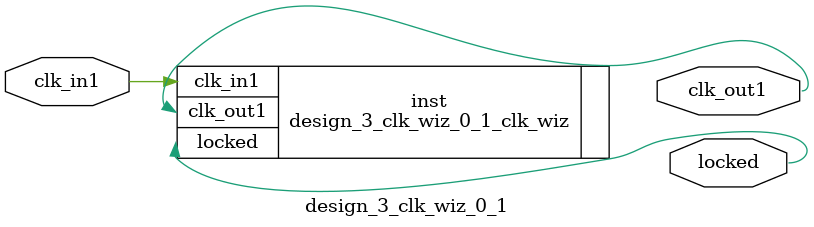
<source format=v>


`timescale 1ps/1ps

(* CORE_GENERATION_INFO = "design_3_clk_wiz_0_1,clk_wiz_v6_0_5_0_0,{component_name=design_3_clk_wiz_0_1,use_phase_alignment=true,use_min_o_jitter=false,use_max_i_jitter=false,use_dyn_phase_shift=false,use_inclk_switchover=false,use_dyn_reconfig=false,enable_axi=0,feedback_source=FDBK_AUTO,PRIMITIVE=MMCM,num_out_clk=1,clkin1_period=8.000,clkin2_period=10.000,use_power_down=false,use_reset=false,use_locked=true,use_inclk_stopped=false,feedback_type=SINGLE,CLOCK_MGR_TYPE=NA,manual_override=false}" *)

module design_3_clk_wiz_0_1 
 (
  // Clock out ports
  output        clk_out1,
  // Status and control signals
  output        locked,
 // Clock in ports
  input         clk_in1
 );

  design_3_clk_wiz_0_1_clk_wiz inst
  (
  // Clock out ports  
  .clk_out1(clk_out1),
  // Status and control signals               
  .locked(locked),
 // Clock in ports
  .clk_in1(clk_in1)
  );

endmodule

</source>
